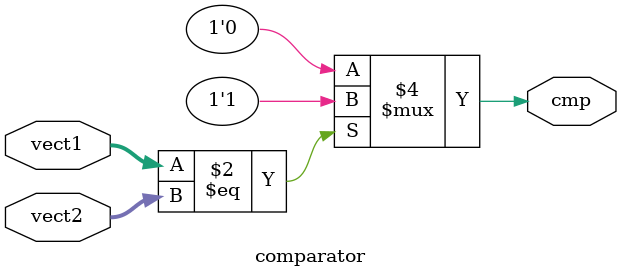
<source format=sv>



module comparator 
	(
   // Input, Output Ports
	input logic [3:0] vect1,
	input logic [3:0] vect2,
	output logic cmp
   );
	
//------------------------------------------------------------------------------------
// &&&&&&&&&&&&&&  fill your code and paste into the report
//------------------------------------------------------------------------------------
 	
always_comb begin
	
	if (vect1 == vect2) begin
		cmp = 1'b1;
		
	end
	else begin
		cmp = 1'b0;
	end
	
end
	
//-------------------------------------------------------------------------------------
// &&&&&&&&&&&&&&  end of paste into the report 
//-------------------------------------------------------------------------------------
	
endmodule

</source>
